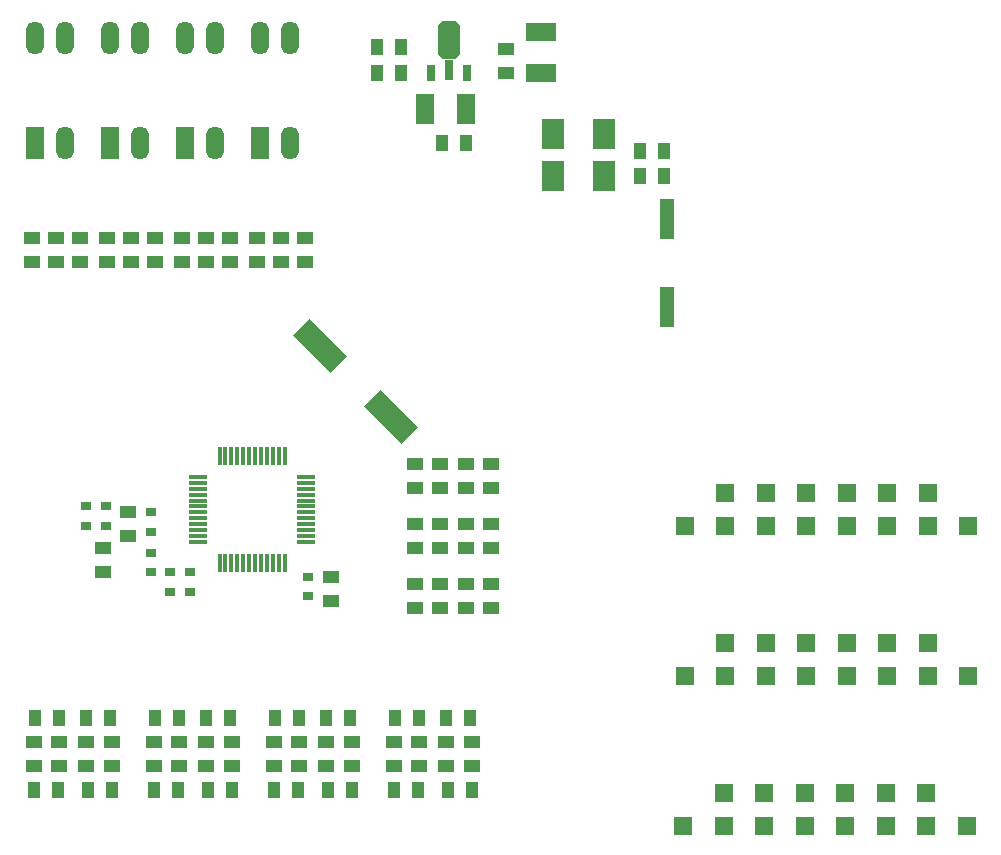
<source format=gtp>
%FSLAX25Y25*%
%MOIN*%
G70*
G01*
G75*
G04 Layer_Color=8421504*
G04:AMPARAMS|DCode=10|XSize=78.74mil|YSize=177.16mil|CornerRadius=0mil|HoleSize=0mil|Usage=FLASHONLY|Rotation=45.000|XOffset=0mil|YOffset=0mil|HoleType=Round|Shape=Rectangle|*
%AMROTATEDRECTD10*
4,1,4,0.03480,-0.09048,-0.09048,0.03480,-0.03480,0.09048,0.09048,-0.03480,0.03480,-0.09048,0.0*
%
%ADD10ROTATEDRECTD10*%

%ADD11R,0.05500X0.04000*%
%ADD12O,0.06000X0.11024*%
%ADD13R,0.06000X0.11024*%
G04:AMPARAMS|DCode=14|XSize=74.8mil|YSize=129.92mil|CornerRadius=0mil|HoleSize=0mil|Usage=FLASHONLY|Rotation=0.000|XOffset=0mil|YOffset=0mil|HoleType=Round|Shape=Octagon|*
%AMOCTAGOND14*
4,1,8,-0.01870,0.06496,0.01870,0.06496,0.03740,0.04626,0.03740,-0.04626,0.01870,-0.06496,-0.01870,-0.06496,-0.03740,-0.04626,-0.03740,0.04626,-0.01870,0.06496,0.0*
%
%ADD14OCTAGOND14*%

%ADD15R,0.02756X0.07087*%
%ADD16R,0.02756X0.05315*%
%ADD17R,0.04000X0.05500*%
%ADD18R,0.06000X0.06000*%
%ADD19R,0.07500X0.10000*%
%ADD20R,0.03500X0.03000*%
%ADD21R,0.06000X0.10000*%
%ADD22R,0.10000X0.06000*%
%ADD23R,0.04725X0.13779*%
%ADD24R,0.04725X0.13779*%
%ADD25R,0.06299X0.01181*%
%ADD26R,0.01181X0.06299*%
%ADD27C,0.02500*%
%ADD28C,0.05000*%
%ADD29C,0.01200*%
%ADD30C,0.01000*%
%ADD31C,0.02000*%
%ADD32C,0.03000*%
%ADD33C,0.01500*%
%ADD34C,0.06000*%
%ADD35R,0.05906X0.05906*%
%ADD36C,0.05906*%
%ADD37C,0.06500*%
%ADD38O,0.07874X0.15748*%
%ADD39O,0.15748X0.07874*%
%ADD40O,0.16535X0.07874*%
%ADD41R,0.10236X0.10236*%
%ADD42C,0.10236*%
%ADD43R,0.09449X0.09449*%
%ADD44C,0.09449*%
%ADD45R,0.05906X0.05906*%
%ADD46C,0.08000*%
%ADD47C,0.02000*%
%ADD48R,0.05000X0.06000*%
%ADD49C,0.00800*%
%ADD50C,0.01600*%
%ADD51C,0.00100*%
%ADD52C,0.01969*%
%ADD53C,0.04000*%
%ADD54C,0.00787*%
%ADD55C,0.00600*%
%ADD56R,0.05000X0.00400*%
%ADD57R,0.00400X0.05000*%
D10*
X177628Y-140128D02*
D03*
X201291Y-163791D02*
D03*
D11*
X105000Y-215500D02*
D03*
Y-207500D02*
D03*
X217500Y-179500D02*
D03*
Y-187500D02*
D03*
X234500D02*
D03*
Y-179500D02*
D03*
X217500Y-199500D02*
D03*
Y-207500D02*
D03*
X234500D02*
D03*
Y-199500D02*
D03*
X164500Y-104000D02*
D03*
Y-112000D02*
D03*
X217500Y-227500D02*
D03*
Y-219500D02*
D03*
X234500D02*
D03*
Y-227500D02*
D03*
X172500Y-104000D02*
D03*
Y-112000D02*
D03*
X139500Y-104000D02*
D03*
Y-112000D02*
D03*
X147500Y-104000D02*
D03*
Y-112000D02*
D03*
X219500Y-280000D02*
D03*
Y-272000D02*
D03*
X179500D02*
D03*
Y-280000D02*
D03*
X114500Y-104000D02*
D03*
Y-112000D02*
D03*
X122500Y-104000D02*
D03*
Y-112000D02*
D03*
X210500Y-280000D02*
D03*
Y-272000D02*
D03*
X170500D02*
D03*
Y-280000D02*
D03*
X89500Y-104000D02*
D03*
Y-112000D02*
D03*
X139500Y-272000D02*
D03*
Y-280000D02*
D03*
X99500Y-272000D02*
D03*
Y-280000D02*
D03*
X97500Y-104000D02*
D03*
Y-112000D02*
D03*
X130500Y-280000D02*
D03*
Y-272000D02*
D03*
X90500Y-280000D02*
D03*
Y-272000D02*
D03*
X156500Y-104000D02*
D03*
Y-112000D02*
D03*
X131500D02*
D03*
Y-104000D02*
D03*
X106500D02*
D03*
Y-112000D02*
D03*
X81500D02*
D03*
Y-104000D02*
D03*
X209000Y-179500D02*
D03*
Y-187500D02*
D03*
X226000D02*
D03*
Y-179500D02*
D03*
X209000Y-199500D02*
D03*
Y-207500D02*
D03*
X226000D02*
D03*
Y-199500D02*
D03*
X209000Y-219500D02*
D03*
Y-227500D02*
D03*
X226000D02*
D03*
Y-219500D02*
D03*
X181000Y-217000D02*
D03*
Y-225000D02*
D03*
X113500Y-203500D02*
D03*
Y-195500D02*
D03*
X239500Y-49000D02*
D03*
Y-41000D02*
D03*
X82000Y-272000D02*
D03*
Y-280000D02*
D03*
X122000Y-272000D02*
D03*
Y-280000D02*
D03*
X108000D02*
D03*
Y-272000D02*
D03*
X148000Y-280000D02*
D03*
Y-272000D02*
D03*
X162000D02*
D03*
Y-280000D02*
D03*
X202000Y-272000D02*
D03*
Y-280000D02*
D03*
X188000D02*
D03*
Y-272000D02*
D03*
X228000Y-280000D02*
D03*
Y-272000D02*
D03*
D12*
X167500Y-37500D02*
D03*
Y-72500D02*
D03*
X157500Y-37500D02*
D03*
X142500D02*
D03*
Y-72500D02*
D03*
X132500Y-37500D02*
D03*
X117500D02*
D03*
Y-72500D02*
D03*
X107500Y-37500D02*
D03*
X92500D02*
D03*
Y-72500D02*
D03*
X82500Y-37500D02*
D03*
D13*
X157500Y-72500D02*
D03*
X132500D02*
D03*
X107500D02*
D03*
X82500D02*
D03*
D14*
X220406Y-38075D02*
D03*
D15*
X220406Y-48114D02*
D03*
D16*
X214500Y-49000D02*
D03*
X226311D02*
D03*
D17*
X228000Y-288000D02*
D03*
X220000D02*
D03*
X180000D02*
D03*
X188000D02*
D03*
X202000D02*
D03*
X210000D02*
D03*
X170000D02*
D03*
X162000D02*
D03*
X148000D02*
D03*
X140000D02*
D03*
X100000D02*
D03*
X108000D02*
D03*
X122000D02*
D03*
X130000D02*
D03*
X90000D02*
D03*
X82000D02*
D03*
X196500Y-49000D02*
D03*
X204500D02*
D03*
Y-40500D02*
D03*
X196500D02*
D03*
X219500Y-264000D02*
D03*
X227500D02*
D03*
X187500D02*
D03*
X179500D02*
D03*
X202500D02*
D03*
X210500D02*
D03*
X170500D02*
D03*
X162500D02*
D03*
X139500D02*
D03*
X147500D02*
D03*
X99500D02*
D03*
X107500D02*
D03*
X130500D02*
D03*
X122500D02*
D03*
X90500D02*
D03*
X82500D02*
D03*
X226000Y-72500D02*
D03*
X218000D02*
D03*
X292000Y-75000D02*
D03*
X284000D02*
D03*
Y-83500D02*
D03*
X292000D02*
D03*
D18*
X312500Y-189000D02*
D03*
X326000D02*
D03*
Y-200000D02*
D03*
X339500D02*
D03*
Y-189000D02*
D03*
X353000D02*
D03*
Y-200000D02*
D03*
X366500D02*
D03*
Y-189000D02*
D03*
X380000D02*
D03*
Y-200000D02*
D03*
X393500D02*
D03*
X312500D02*
D03*
X299000D02*
D03*
X326000Y-239000D02*
D03*
X312500D02*
D03*
X339500Y-250000D02*
D03*
X326000D02*
D03*
X353000Y-239000D02*
D03*
X339500D02*
D03*
X366500Y-250000D02*
D03*
X353000D02*
D03*
X380000Y-239000D02*
D03*
X366500D02*
D03*
X393500Y-250000D02*
D03*
X380000D02*
D03*
X299000D02*
D03*
X312500D02*
D03*
X325500Y-289000D02*
D03*
X312000D02*
D03*
X339000Y-300000D02*
D03*
X325500D02*
D03*
X352500Y-289000D02*
D03*
X339000D02*
D03*
X366000Y-300000D02*
D03*
X352500D02*
D03*
X379500Y-289000D02*
D03*
X366000D02*
D03*
X393000Y-300000D02*
D03*
X379500D02*
D03*
X298500D02*
D03*
X312000D02*
D03*
D19*
X255000Y-69500D02*
D03*
X272000D02*
D03*
Y-83500D02*
D03*
X255000D02*
D03*
D20*
X173500Y-217000D02*
D03*
Y-223500D02*
D03*
X134000Y-215500D02*
D03*
Y-222000D02*
D03*
X121000Y-215500D02*
D03*
Y-209000D02*
D03*
Y-195500D02*
D03*
Y-202000D02*
D03*
X106000Y-200000D02*
D03*
Y-193500D02*
D03*
X127500Y-222000D02*
D03*
Y-215500D02*
D03*
X99500Y-200000D02*
D03*
Y-193500D02*
D03*
D21*
X212500Y-61000D02*
D03*
X226000D02*
D03*
D22*
X251000Y-35500D02*
D03*
Y-49000D02*
D03*
D23*
X293000Y-127264D02*
D03*
D24*
X293000Y-97736D02*
D03*
D25*
X136913Y-205413D02*
D03*
Y-203445D02*
D03*
Y-201476D02*
D03*
Y-199508D02*
D03*
Y-197539D02*
D03*
Y-195571D02*
D03*
Y-193602D02*
D03*
Y-191634D02*
D03*
Y-189665D02*
D03*
Y-187697D02*
D03*
Y-185728D02*
D03*
Y-183760D02*
D03*
X172740D02*
D03*
Y-185728D02*
D03*
Y-187697D02*
D03*
Y-189665D02*
D03*
Y-191634D02*
D03*
Y-193602D02*
D03*
Y-195571D02*
D03*
Y-197539D02*
D03*
Y-199508D02*
D03*
Y-201476D02*
D03*
Y-203445D02*
D03*
Y-205413D02*
D03*
D26*
X144000Y-176673D02*
D03*
X145968D02*
D03*
X147937D02*
D03*
X149906D02*
D03*
X151874D02*
D03*
X153842D02*
D03*
X155811D02*
D03*
X157780D02*
D03*
X159748D02*
D03*
X161716D02*
D03*
X163685D02*
D03*
X165654D02*
D03*
Y-212500D02*
D03*
X163685D02*
D03*
X161716D02*
D03*
X159748D02*
D03*
X157780D02*
D03*
X155811D02*
D03*
X153842D02*
D03*
X151874D02*
D03*
X149906D02*
D03*
X147937D02*
D03*
X145968D02*
D03*
X144000D02*
D03*
M02*

</source>
